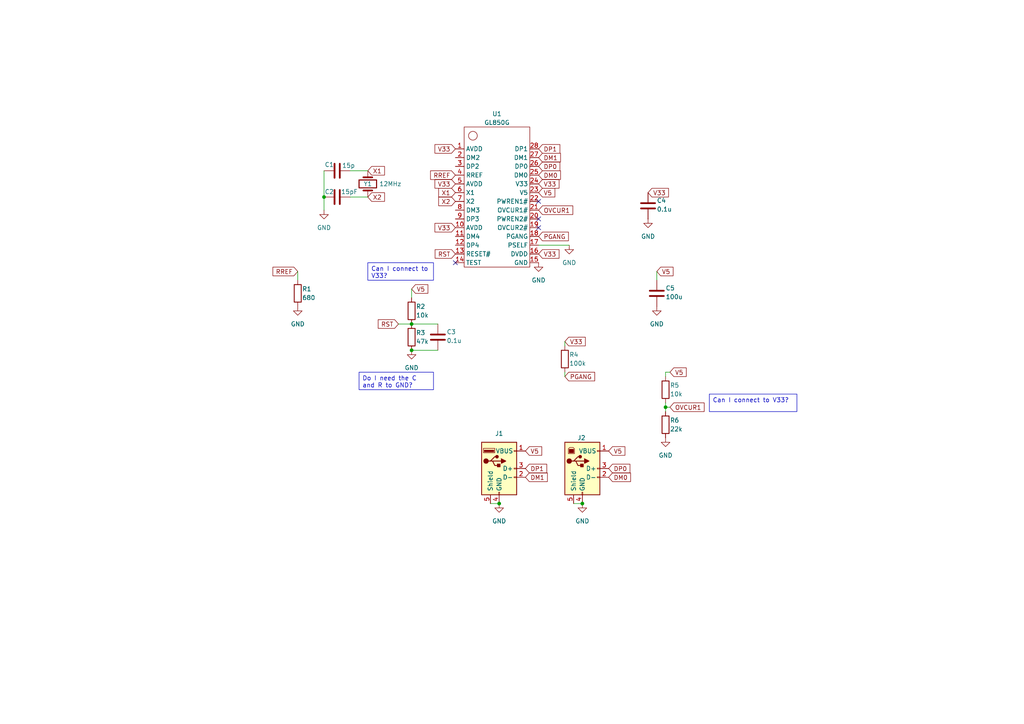
<source format=kicad_sch>
(kicad_sch (version 20231120) (generator "eeschema") (generator_version "8.0")
  (paper "A4")
  (lib_symbols
    (symbol "0Ore:GL850G"
      (property "Reference" "U" (at 0 0 0))
      (symbol "GL850G_0_1"
        (rectangle (start -10.16 41.91) (end 8.89 1.27))
        (circle (center -7.62 39.37) (radius 1.27))
      )
      (symbol "GL850G_1_1"
        (pin input line (at -12.7 35.56 0) (length 2.54) (name "AVDD") (number "1"))
        (pin input line (at -12.7 12.7 0) (length 2.54) (name "AVDD") (number "10"))
        (pin input line (at -12.7 10.16 0) (length 2.54) (name "DM4") (number "11"))
        (pin input line (at -12.7 7.62 0) (length 2.54) (name "DP4") (number "12"))
        (pin input line (at -12.7 5.08 0) (length 2.54) (name "RESET#") (number "13"))
        (pin input line (at -12.7 2.54 0) (length 2.54) (name "TEST") (number "14"))
        (pin input line (at 11.43 2.54 180) (length 2.54) (name "GND") (number "15"))
        (pin input line (at 11.43 5.08 180) (length 2.54) (name "DVDD") (number "16"))
        (pin input line (at 11.43 7.62 180) (length 2.54) (name "PSELF") (number "17"))
        (pin input line (at 11.43 10.16 180) (length 2.54) (name "PGANG") (number "18"))
        (pin input line (at 11.43 12.7 180) (length 2.54) (name "OVCUR2#") (number "19"))
        (pin input line (at -12.7 33.02 0) (length 2.54) (name "DM2") (number "2"))
        (pin input line (at 11.43 15.24 180) (length 2.54) (name "PWREN2#") (number "20"))
        (pin input line (at 11.43 17.78 180) (length 2.54) (name "OVCUR1#") (number "21"))
        (pin input line (at 11.43 20.32 180) (length 2.54) (name "PWREN1#") (number "22"))
        (pin input line (at 11.43 22.86 180) (length 2.54) (name "V5") (number "23"))
        (pin input line (at 11.43 25.4 180) (length 2.54) (name "V33") (number "24"))
        (pin input line (at 11.43 27.94 180) (length 2.54) (name "DM0") (number "25"))
        (pin input line (at 11.43 30.48 180) (length 2.54) (name "DP0") (number "26"))
        (pin input line (at 11.43 33.02 180) (length 2.54) (name "DM1") (number "27"))
        (pin input line (at 11.43 35.56 180) (length 2.54) (name "DP1") (number "28"))
        (pin input line (at -12.7 30.48 0) (length 2.54) (name "DP2") (number "3"))
        (pin input line (at -12.7 27.94 0) (length 2.54) (name "RREF") (number "4"))
        (pin input line (at -12.7 25.4 0) (length 2.54) (name "AVDD") (number "5"))
        (pin input line (at -12.7 22.86 0) (length 2.54) (name "X1") (number "6"))
        (pin input line (at -12.7 20.32 0) (length 2.54) (name "X2") (number "7"))
        (pin input line (at -12.7 17.78 0) (length 2.54) (name "DM3") (number "8"))
        (pin input line (at -12.7 15.24 0) (length 2.54) (name "DP3") (number "9"))
      )
    )
    (symbol "Connector:USB_A" (pin_names (offset 1.016))
      (property "Reference" "J" (at -5.08 11.43 0))
      (property "Value" "USB_A" (at -5.08 8.89 0))
      (symbol "USB_A_0_1"
        (rectangle (start -5.08 -7.62) (end 5.08 7.62) (stroke (width 0.254)) (fill (type background)))
        (circle (center -3.81 2.159) (radius 0.635) (stroke (width 0.254)) (fill (type outline)))
        (rectangle (start -1.524 4.826) (end -4.318 5.334) (fill (type outline)))
        (rectangle (start -1.27 4.572) (end -4.572 5.842))
        (circle (center -0.635 3.429) (radius 0.381) (stroke (width 0.254)) (fill (type outline)))
        (rectangle (start -0.127 -7.62) (end 0.127 -6.858))
        (polyline (pts (xy -3.175 2.159) (xy -2.54 2.159) (xy -1.27 3.429) (xy -0.635 3.429)) (stroke (width 0.254)))
        (polyline (pts (xy -2.54 2.159) (xy -1.905 2.159) (xy -1.27 0.889) (xy 0 0.889)) (stroke (width 0.254)))
        (polyline (pts (xy 0.635 2.794) (xy 0.635 1.524) (xy 1.905 2.159) (xy 0.635 2.794)) (stroke (width 0.254)) (fill (type outline)))
        (rectangle (start 0.254 1.27) (end -0.508 0.508) (stroke (width 0.254)) (fill (type outline)))
        (rectangle (start 5.08 -2.667) (end 4.318 -2.413))
        (rectangle (start 5.08 -0.127) (end 4.318 0.127))
        (rectangle (start 5.08 4.953) (end 4.318 5.207))
      )
      (symbol "USB_A_1_1"
        (polyline (pts (xy -1.905 2.159) (xy 0.635 2.159)) (stroke (width 0.254)))
        (pin power_in line (at 7.62 5.08 180) (length 2.54) (name "VBUS") (number "1"))
        (pin bidirectional line (at 7.62 -2.54 180) (length 2.54) (name "D-") (number "2"))
        (pin bidirectional line (at 7.62 0 180) (length 2.54) (name "D+") (number "3"))
        (pin power_in line (at 0 -10.16 90) (length 2.54) (name "GND") (number "4"))
        (pin passive line (at -2.54 -10.16 90) (length 2.54) (name "Shield") (number "5"))
      )
    )
    (symbol "Connector:USB_B" (pin_names (offset 1.016))
      (property "Reference" "J" (at -5.08 11.43 0))
      (property "Value" "USB_B" (at -5.08 8.89 0))
      (symbol "USB_B_0_1"
        (rectangle (start -5.08 -7.62) (end 5.08 7.62) (stroke (width 0.254)) (fill (type background)))
        (circle (center -3.81 2.159) (radius 0.635) (stroke (width 0.254)) (fill (type outline)))
        (rectangle (start -3.81 5.588) (end -2.54 4.572) (fill (type outline)))
        (circle (center -0.635 3.429) (radius 0.381) (stroke (width 0.254)) (fill (type outline)))
        (rectangle (start -0.127 -7.62) (end 0.127 -6.858))
        (polyline (pts (xy -1.905 2.159) (xy 0.635 2.159)) (stroke (width 0.254)))
        (polyline (pts (xy -3.175 2.159) (xy -2.54 2.159) (xy -1.27 3.429) (xy -0.635 3.429)) (stroke (width 0.254)))
        (polyline (pts (xy -2.54 2.159) (xy -1.905 2.159) (xy -1.27 0.889) (xy 0 0.889)) (stroke (width 0.254)))
        (polyline (pts (xy 0.635 2.794) (xy 0.635 1.524) (xy 1.905 2.159) (xy 0.635 2.794)) (stroke (width 0.254)) (fill (type outline)))
        (polyline (pts (xy -4.064 4.318) (xy -2.286 4.318) (xy -2.286 5.715) (xy -2.667 6.096) (xy -3.683 6.096) (xy -4.064 5.715) (xy -4.064 4.318)))
        (rectangle (start 0.254 1.27) (end -0.508 0.508) (stroke (width 0.254)) (fill (type outline)))
        (rectangle (start 5.08 -2.667) (end 4.318 -2.413))
        (rectangle (start 5.08 -0.127) (end 4.318 0.127))
        (rectangle (start 5.08 4.953) (end 4.318 5.207))
      )
      (symbol "USB_B_1_1"
        (pin power_out line (at 7.62 5.08 180) (length 2.54) (name "VBUS") (number "1"))
        (pin bidirectional line (at 7.62 -2.54 180) (length 2.54) (name "D-") (number "2"))
        (pin bidirectional line (at 7.62 0 180) (length 2.54) (name "D+") (number "3"))
        (pin power_out line (at 0 -10.16 90) (length 2.54) (name "GND") (number "4"))
        (pin passive line (at -2.54 -10.16 90) (length 2.54) (name "Shield") (number "5"))
      )
    )
    (symbol "Device:C" (pin_numbers hide) (pin_names (offset 0.254))
      (property "Reference" "C" (at 0.635 2.54 0))
      (property "Value" "C" (at 0.635 -2.54 0))
      (symbol "C_0_1"
        (polyline (pts (xy -2.032 -0.762) (xy 2.032 -0.762)) (stroke (width 0.508)))
        (polyline (pts (xy -2.032 0.762) (xy 2.032 0.762)) (stroke (width 0.508)))
      )
      (symbol "C_1_1"
        (pin passive line (at 0 3.81 270) (length 2.794) (name "~") (number "1"))
        (pin passive line (at 0 -3.81 90) (length 2.794) (name "~") (number "2"))
      )
    )
    (symbol "Device:Crystal" (pin_numbers hide) (pin_names (offset 1.016) hide)
      (property "Reference" "Y" (at 0 3.81 0))
      (property "Value" "Crystal" (at 0 -3.81 0))
      (symbol "Crystal_0_1"
        (rectangle (start -1.143 2.54) (end 1.143 -2.54) (stroke (width 0.3048)))
        (polyline (pts (xy -2.54 0) (xy -1.905 0)))
        (polyline (pts (xy -1.905 -1.27) (xy -1.905 1.27)) (stroke (width 0.508)))
        (polyline (pts (xy 1.905 -1.27) (xy 1.905 1.27)) (stroke (width 0.508)))
        (polyline (pts (xy 2.54 0) (xy 1.905 0)))
      )
      (symbol "Crystal_1_1"
        (pin passive line (at -3.81 0 0) (length 1.27) (name "1") (number "1"))
        (pin passive line (at 3.81 0 180) (length 1.27) (name "2") (number "2"))
      )
    )
    (symbol "Device:R" (pin_numbers hide) (pin_names (offset 0))
      (property "Reference" "R" (at 2.032 0 90))
      (property "Value" "R" (at 0 0 90))
      (symbol "R_0_1"
        (rectangle (start -1.016 -2.54) (end 1.016 2.54) (stroke (width 0.254)))
      )
      (symbol "R_1_1"
        (pin passive line (at 0 3.81 270) (length 1.27) (name "~") (number "1"))
        (pin passive line (at 0 -3.81 90) (length 1.27) (name "~") (number "2"))
      )
    )
    (symbol "GND_1" (power) (pin_numbers hide) (pin_names (offset 0) hide)
      (property "Value" "GND" (at 0 -3.81 0))
      (symbol "GND_1_0_1"
        (polyline (pts (xy 0 0) (xy 0 -1.27) (xy 1.27 -1.27) (xy 0 -2.54) (xy -1.27 -1.27) (xy 0 -1.27)))
      )
      (symbol "GND_1_1_1"
        (pin power_in line (at 0 0 270) (length 0) (name "~") (number "1"))
      )
    )
    (symbol "power:GND" (power) (pin_names (offset 0))
      (property "Value" "GND" (at 0 -3.81 0))
      (symbol "GND_0_1"
        (polyline (pts (xy 0 0) (xy 0 -1.27) (xy 1.27 -1.27) (xy 0 -2.54) (xy -1.27 -1.27) (xy 0 -1.27)))
      )
      (symbol "GND_1_1"
        (pin power_in line (at 0 0 270) (length 0) hide (name "GND") (number "1"))
      )
    )
  )
  (junction (at 168.91 146.05))
  (junction (at 93.98 57.15))
  (junction (at 144.78 146.05))
  (junction (at 119.38 101.6))
  (junction (at 193.04 118.11))
  (junction (at 119.38 93.98))
  (no_connect (at 156.21 66.04))
  (no_connect (at 156.21 58.42))
  (no_connect (at 156.21 63.5))
  (no_connect (at 132.08 76.2))
  (wire (pts (xy 101.6 57.15) (xy 106.68 57.15)))
  (wire (pts (xy 93.98 49.53) (xy 93.98 57.15)))
  (wire (pts (xy 119.38 83.82) (xy 119.38 86.36)))
  (wire (pts (xy 166.37 146.05) (xy 168.91 146.05)))
  (wire (pts (xy 86.36 81.28) (xy 86.36 78.74)))
  (wire (pts (xy 119.38 101.6) (xy 127 101.6)))
  (wire (pts (xy 101.6 49.53) (xy 106.68 49.53)))
  (wire (pts (xy 93.98 57.15) (xy 93.98 60.96)))
  (wire (pts (xy 193.04 118.11) (xy 193.04 119.38)))
  (wire (pts (xy 115.57 93.98) (xy 119.38 93.98)))
  (wire (pts (xy 193.04 118.11) (xy 194.31 118.11)))
  (wire (pts (xy 163.83 99.06) (xy 163.83 100.33)))
  (wire (pts (xy 163.83 107.95) (xy 163.83 109.22)))
  (wire (pts (xy 193.04 107.95) (xy 193.04 109.22)))
  (wire (pts (xy 119.38 93.98) (xy 127 93.98)))
  (wire (pts (xy 193.04 116.84) (xy 193.04 118.11)))
  (wire (pts (xy 194.31 107.95) (xy 193.04 107.95)))
  (wire (pts (xy 190.5 78.74) (xy 190.5 81.28)))
  (wire (pts (xy 142.24 146.05) (xy 144.78 146.05)))
  (wire (pts (xy 156.21 71.12) (xy 165.1 71.12)))
  (text_box "Can I connect to V33?" (at 205.74 114.3 0) (size 25.4 5.08) (effects (font (size 1.27 1.27)) (justify left top)))
  (text_box "Can I connect to V33?" (at 106.68 76.2 0) (size 19.05 5.08) (effects (font (size 1.27 1.27)) (justify left top)))
  (text_box "Do I need the C and R to GND?" (at 104.14 107.95 0) (size 21.59 5.08) (effects (font (size 1.27 1.27)) (justify left top)))
  (global_label "RREF" (shape input) (at 132.08 50.8 180) (property "Intersheetrefs" "${INTERSHEET_REFS}" (effects (hide yes))))
  (global_label "OVCUR1" (shape input) (at 194.31 118.11 0) (property "Intersheetrefs" "${INTERSHEET_REFS}" (effects (hide yes))))
  (global_label "X1" (shape input) (at 132.08 55.88 180) (property "Intersheetrefs" "${INTERSHEET_REFS}" (effects (hide yes))))
  (global_label "PGANG" (shape input) (at 163.83 109.22 0) (property "Intersheetrefs" "${INTERSHEET_REFS}" (effects (hide yes))))
  (global_label "V5" (shape input) (at 119.38 83.82 0) (property "Intersheetrefs" "${INTERSHEET_REFS}" (effects (hide yes))))
  (global_label "V33" (shape input) (at 132.08 53.34 180) (property "Intersheetrefs" "${INTERSHEET_REFS}" (effects (hide yes))))
  (global_label "V5" (shape input) (at 152.4 130.81 0) (property "Intersheetrefs" "${INTERSHEET_REFS}" (effects (hide yes))))
  (global_label "V5" (shape input) (at 176.53 130.81 0) (property "Intersheetrefs" "${INTERSHEET_REFS}" (effects (hide yes))))
  (global_label "V5" (shape input) (at 156.21 55.88 0) (property "Intersheetrefs" "${INTERSHEET_REFS}" (effects (hide yes))))
  (global_label "DM1" (shape input) (at 152.4 138.43 0) (property "Intersheetrefs" "${INTERSHEET_REFS}" (effects (hide yes))))
  (global_label "X1" (shape input) (at 106.68 49.53 0) (property "Intersheetrefs" "${INTERSHEET_REFS}" (effects (hide yes))))
  (global_label "V33" (shape input) (at 156.21 53.34 0) (property "Intersheetrefs" "${INTERSHEET_REFS}" (effects (hide yes))))
  (global_label "PGANG" (shape input) (at 156.21 68.58 0) (property "Intersheetrefs" "${INTERSHEET_REFS}" (effects (hide yes))))
  (global_label "V33" (shape input) (at 187.96 55.88 0) (property "Intersheetrefs" "${INTERSHEET_REFS}" (effects (hide yes))))
  (global_label "DP1" (shape input) (at 156.21 43.18 0) (property "Intersheetrefs" "${INTERSHEET_REFS}" (effects (hide yes))))
  (global_label "X2" (shape input) (at 106.68 57.15 0) (property "Intersheetrefs" "${INTERSHEET_REFS}" (effects (hide yes))))
  (global_label "V33" (shape input) (at 132.08 43.18 180) (property "Intersheetrefs" "${INTERSHEET_REFS}" (effects (hide yes))))
  (global_label "V33" (shape input) (at 156.21 73.66 0) (property "Intersheetrefs" "${INTERSHEET_REFS}" (effects (hide yes))))
  (global_label "V5" (shape input) (at 194.31 107.95 0) (property "Intersheetrefs" "${INTERSHEET_REFS}" (effects (hide yes))))
  (global_label "DP0" (shape input) (at 176.53 135.89 0) (property "Intersheetrefs" "${INTERSHEET_REFS}" (effects (hide yes))))
  (global_label "V33" (shape input) (at 163.83 99.06 0) (property "Intersheetrefs" "${INTERSHEET_REFS}" (effects (hide yes))))
  (global_label "V33" (shape input) (at 132.08 66.04 180) (property "Intersheetrefs" "${INTERSHEET_REFS}" (effects (hide yes))))
  (global_label "DM0" (shape input) (at 156.21 50.8 0) (property "Intersheetrefs" "${INTERSHEET_REFS}" (effects (hide yes))))
  (global_label "RST" (shape input) (at 115.57 93.98 180) (property "Intersheetrefs" "${INTERSHEET_REFS}" (effects (hide yes))))
  (global_label "DM0" (shape input) (at 176.53 138.43 0) (property "Intersheetrefs" "${INTERSHEET_REFS}" (effects (hide yes))))
  (global_label "DP0" (shape input) (at 156.21 48.26 0) (property "Intersheetrefs" "${INTERSHEET_REFS}" (effects (hide yes))))
  (global_label "RST" (shape input) (at 132.08 73.66 180) (property "Intersheetrefs" "${INTERSHEET_REFS}" (effects (hide yes))))
  (global_label "RREF" (shape input) (at 86.36 78.74 180) (property "Intersheetrefs" "${INTERSHEET_REFS}" (effects (hide yes))))
  (global_label "OVCUR1" (shape input) (at 156.21 60.96 0) (property "Intersheetrefs" "${INTERSHEET_REFS}" (effects (hide yes))))
  (global_label "DP1" (shape input) (at 152.4 135.89 0) (property "Intersheetrefs" "${INTERSHEET_REFS}" (effects (hide yes))))
  (global_label "V5" (shape input) (at 190.5 78.74 0) (property "Intersheetrefs" "${INTERSHEET_REFS}" (effects (hide yes))))
  (global_label "DM1" (shape input) (at 156.21 45.72 0) (property "Intersheetrefs" "${INTERSHEET_REFS}" (effects (hide yes))))
  (global_label "X2" (shape input) (at 132.08 58.42 180) (property "Intersheetrefs" "${INTERSHEET_REFS}" (effects (hide yes))))
  (symbol (lib_id "Connector:USB_B") (at 168.91 135.89 0) (unit 1)
    (property "Reference" "J2" (at 168.656 127 0))
    (property "Value" "USB_B Female connector" (effects (hide yes)))
    (property "Datasheet" " ~" (effects (hide yes)))
  )
  (symbol (lib_id "Device:Crystal") (at 106.68 53.34 90) (unit 1)
    (property "Reference" "Y1" (at 105.41 53.34 90) (effects (justify right)))
    (property "Value" "12MHz" (at 109.982 53.34 90) (effects (justify right)))
  )
  (symbol (lib_id "power:GND") (at 119.38 101.6 0) (unit 1)
    (property "Reference" "#PWR03" (effects (hide yes)))
    (property "Value" "GND" (at 119.38 106.68 0))
  )
  (symbol (lib_id "power:GND") (at 144.78 146.05 0) (unit 1)
    (property "Reference" "#PWR04" (effects (hide yes)))
    (property "Value" "GND" (at 144.78 151.13 0))
  )
  (symbol (lib_id "Device:R") (at 86.36 85.09 0) (unit 1)
    (property "Reference" "R1" (at 87.63 83.82 0) (effects (justify left)))
    (property "Value" "680" (at 87.63 86.36 0) (effects (justify left)))
    (property "Description" "Resistor" (effects (hide yes)))
  )
  (symbol (lib_id "power:GND") (at 86.36 88.9 0) (unit 1)
    (property "Reference" "#PWR01" (effects (hide yes)))
    (property "Value" "GND" (at 86.36 93.98 0))
  )
  (symbol (lib_id "Device:C") (at 187.96 59.69 0) (unit 1)
    (property "Reference" "C4" (at 190.5 58.166 0) (effects (justify left)))
    (property "Value" "0.1u" (at 190.5 60.706 0) (effects (justify left)))
    (property "Description" "Unpolarized capacitor" (effects (hide yes)))
  )
  (symbol (lib_id "power:GND") (at 93.98 60.96 0) (unit 1)
    (property "Reference" "#PWR02" (effects (hide yes)))
    (property "Value" "GND" (at 93.98 66.04 0))
  )
  (symbol (lib_id "Device:R") (at 163.83 104.14 0) (unit 1)
    (property "Reference" "R4" (at 165.1 102.87 0) (effects (justify left)))
    (property "Value" "100k" (at 165.1 105.41 0) (effects (justify left)))
    (property "Description" "Resistor" (effects (hide yes)))
  )
  (symbol (lib_id "Device:C") (at 97.79 57.15 90) (unit 1)
    (property "Reference" "C2" (at 95.504 55.626 90))
    (property "Value" "15pF" (at 101.346 55.626 90))
  )
  (symbol (lib_id "Device:C") (at 127 97.79 0) (unit 1)
    (property "Reference" "C3" (at 129.54 96.266 0) (effects (justify left)))
    (property "Value" "0.1u" (at 129.54 98.806 0) (effects (justify left)))
    (property "Description" "Unpolarized capacitor" (effects (hide yes)))
  )
  (symbol (lib_id "Device:C") (at 97.79 49.53 90) (unit 1)
    (property "Reference" "C1" (at 95.504 47.752 90))
    (property "Value" "15p" (at 101.092 48.006 90))
  )
  (symbol (lib_id "Connector:USB_A") (at 144.78 135.89 0) (unit 1)
    (property "Reference" "J1" (at 144.78 125.73 0))
    (property "Value" "USB_A femele connector" (effects (hide yes)))
    (property "Datasheet" " ~" (effects (hide yes)))
  )
  (symbol (lib_id "Device:C") (at 190.5 85.09 0) (unit 1)
    (property "Reference" "C5" (at 193.04 83.566 0) (effects (justify left)))
    (property "Value" "100u" (at 193.04 86.106 0) (effects (justify left)))
    (property "Description" "Unpolarized capacitor" (effects (hide yes)))
  )
  (symbol (lib_id "Device:R") (at 193.04 123.19 0) (unit 1)
    (property "Reference" "R6" (at 194.31 121.92 0) (effects (justify left)))
    (property "Value" "22k" (at 194.31 124.46 0) (effects (justify left)))
    (property "Description" "Resistor" (effects (hide yes)))
  )
  (symbol (lib_id "power:GND") (at 168.91 146.05 0) (unit 1)
    (property "Reference" "#PWR07" (effects (hide yes)))
    (property "Value" "GND" (at 168.91 151.13 0))
  )
  (symbol (lib_id "Device:R") (at 119.38 97.79 0) (unit 1)
    (property "Reference" "R3" (at 120.65 96.52 0) (effects (justify left)))
    (property "Value" "47k" (at 120.65 99.06 0) (effects (justify left)))
    (property "Description" "Resistor" (effects (hide yes)))
  )
  (symbol (lib_name "GND_1") (lib_id "power:GND") (at 190.5 88.9 0) (unit 1)
    (property "Reference" "#PWR09" (effects (hide yes)))
    (property "Value" "GND" (at 190.5 93.98 0))
    (property "Description" "Power symbol creates a global label with name \"GND\" , ground" (effects (hide yes)))
  )
  (symbol (lib_id "0Ore:GL850G") (at 144.78 78.74 0) (unit 1)
    (property "Reference" "U1" (at 144.145 33.02 0))
    (property "Value" "GL850G" (at 144.145 35.56 0))
  )
  (symbol (lib_name "GND_1") (lib_id "power:GND") (at 156.21 76.2 0) (unit 1)
    (property "Reference" "#PWR05" (effects (hide yes)))
    (property "Value" "GND" (at 156.21 81.28 0))
    (property "Description" "Power symbol creates a global label with name \"GND\" , ground" (effects (hide yes)))
  )
  (symbol (lib_name "GND_1") (lib_id "power:GND") (at 165.1 71.12 0) (unit 1)
    (property "Reference" "#PWR06" (effects (hide yes)))
    (property "Value" "GND" (at 165.1 76.2 0))
    (property "Description" "Power symbol creates a global label with name \"GND\" , ground" (effects (hide yes)))
  )
  (symbol (lib_name "GND_1") (lib_id "power:GND") (at 187.96 63.5 0) (unit 1)
    (property "Reference" "#PWR08" (effects (hide yes)))
    (property "Value" "GND" (at 187.96 68.58 0))
    (property "Description" "Power symbol creates a global label with name \"GND\" , ground" (effects (hide yes)))
  )
  (symbol (lib_id "power:GND") (at 193.04 127 0) (unit 1)
    (property "Reference" "#PWR010" (effects (hide yes)))
    (property "Value" "GND" (at 193.04 132.08 0))
  )
  (symbol (lib_id "Device:R") (at 193.04 113.03 0) (unit 1)
    (property "Reference" "R5" (at 194.31 111.76 0) (effects (justify left)))
    (property "Value" "10k" (at 194.31 114.3 0) (effects (justify left)))
    (property "Description" "Resistor" (effects (hide yes)))
  )
  (symbol (lib_id "Device:R") (at 119.38 90.17 0) (unit 1)
    (property "Reference" "R2" (at 120.65 88.9 0) (effects (justify left)))
    (property "Value" "10k" (at 120.65 91.44 0) (effects (justify left)))
    (property "Description" "Resistor" (effects (hide yes)))
  )
)
</source>
